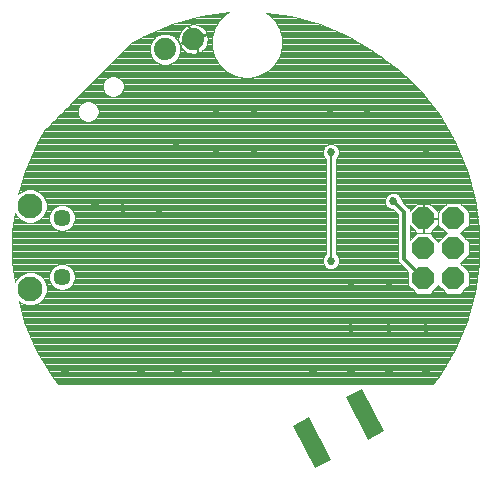
<source format=gbl>
G75*
%MOIN*%
%OFA0B0*%
%FSLAX25Y25*%
%IPPOS*%
%LPD*%
%AMOC8*
5,1,8,0,0,1.08239X$1,22.5*
%
%ADD10C,0.07400*%
%ADD11C,0.05709*%
%ADD12C,0.08268*%
%ADD13OC8,0.07400*%
%ADD14R,0.06000X0.16000*%
%ADD15C,0.00394*%
%ADD16C,0.02700*%
%ADD17C,0.01200*%
%ADD18C,0.00600*%
D10*
X0057559Y0161306D03*
X0066950Y0164742D03*
D11*
X0023194Y0105144D03*
X0023194Y0085459D03*
D12*
X0012605Y0081524D03*
X0012559Y0109096D03*
D13*
X0143725Y0104976D03*
X0153725Y0104976D03*
X0153725Y0094976D03*
X0143725Y0094976D03*
X0143725Y0084976D03*
X0153725Y0084976D03*
D14*
G36*
X0130590Y0033910D02*
X0125288Y0031103D01*
X0117802Y0045242D01*
X0123104Y0048049D01*
X0130590Y0033910D01*
G37*
G36*
X0112915Y0024551D02*
X0107613Y0021744D01*
X0100127Y0035883D01*
X0105429Y0038690D01*
X0112915Y0024551D01*
G37*
D15*
X0021939Y0049720D02*
X0019837Y0052386D01*
X0014658Y0061146D01*
X0010695Y0070519D01*
X0008785Y0077523D01*
X0009472Y0076836D01*
X0011505Y0075994D01*
X0013705Y0075994D01*
X0015738Y0076836D01*
X0017294Y0078391D01*
X0018136Y0080424D01*
X0018136Y0082624D01*
X0017294Y0084657D01*
X0015738Y0086213D01*
X0013705Y0087055D01*
X0011505Y0087055D01*
X0009472Y0086213D01*
X0007916Y0084657D01*
X0007557Y0083790D01*
X0006673Y0090425D01*
X0006687Y0100601D01*
X0007529Y0106788D01*
X0007870Y0105963D01*
X0009426Y0104407D01*
X0011459Y0103565D01*
X0013659Y0103565D01*
X0015692Y0104407D01*
X0017248Y0105963D01*
X0018090Y0107995D01*
X0018090Y0110196D01*
X0017248Y0112228D01*
X0015692Y0113784D01*
X0013659Y0114626D01*
X0011459Y0114626D01*
X0009426Y0113784D01*
X0008718Y0113076D01*
X0010763Y0120496D01*
X0014752Y0129858D01*
X0017106Y0134135D01*
X0046261Y0163290D01*
X0050489Y0165639D01*
X0059746Y0169616D01*
X0069455Y0172309D01*
X0078843Y0173587D01*
X0077702Y0172927D01*
X0075524Y0170750D01*
X0073984Y0168082D01*
X0073187Y0165108D01*
X0073187Y0162028D01*
X0073984Y0159053D01*
X0075524Y0156386D01*
X0077702Y0154208D01*
X0080369Y0152668D01*
X0083344Y0151871D01*
X0086424Y0151871D01*
X0089398Y0152668D01*
X0092066Y0154208D01*
X0094243Y0156386D01*
X0095783Y0159053D01*
X0096580Y0162028D01*
X0096580Y0165108D01*
X0095783Y0168082D01*
X0094243Y0170750D01*
X0092066Y0172927D01*
X0091174Y0173442D01*
X0099499Y0172309D01*
X0109208Y0169616D01*
X0118466Y0165639D01*
X0122242Y0163540D01*
X0122243Y0163538D01*
X0122900Y0163173D01*
X0123544Y0162786D01*
X0123547Y0162787D01*
X0127318Y0160530D01*
X0135523Y0154431D01*
X0142846Y0147297D01*
X0149158Y0139254D01*
X0154347Y0130445D01*
X0158321Y0121025D01*
X0161011Y0111161D01*
X0162367Y0101028D01*
X0162367Y0090804D01*
X0161011Y0080671D01*
X0158321Y0070807D01*
X0154347Y0061387D01*
X0149158Y0052578D01*
X0146957Y0049774D01*
X0021939Y0049720D01*
X0021763Y0049943D02*
X0147090Y0049943D01*
X0147398Y0050335D02*
X0021454Y0050335D01*
X0021145Y0050727D02*
X0147706Y0050727D01*
X0148014Y0051120D02*
X0020835Y0051120D01*
X0020526Y0051512D02*
X0148322Y0051512D01*
X0148629Y0051904D02*
X0020217Y0051904D01*
X0019908Y0052296D02*
X0148937Y0052296D01*
X0149223Y0052689D02*
X0019658Y0052689D01*
X0019426Y0053081D02*
X0149454Y0053081D01*
X0149685Y0053473D02*
X0019194Y0053473D01*
X0018963Y0053865D02*
X0149916Y0053865D01*
X0150148Y0054257D02*
X0018731Y0054257D01*
X0018499Y0054650D02*
X0150379Y0054650D01*
X0150610Y0055042D02*
X0018267Y0055042D01*
X0018035Y0055434D02*
X0150841Y0055434D01*
X0151072Y0055826D02*
X0017803Y0055826D01*
X0017572Y0056218D02*
X0151303Y0056218D01*
X0151534Y0056611D02*
X0017340Y0056611D01*
X0017108Y0057003D02*
X0151765Y0057003D01*
X0151996Y0057395D02*
X0016876Y0057395D01*
X0016644Y0057787D02*
X0152227Y0057787D01*
X0152458Y0058179D02*
X0016412Y0058179D01*
X0016180Y0058572D02*
X0152689Y0058572D01*
X0152920Y0058964D02*
X0015949Y0058964D01*
X0015717Y0059356D02*
X0153151Y0059356D01*
X0153382Y0059748D02*
X0015485Y0059748D01*
X0015253Y0060141D02*
X0153613Y0060141D01*
X0153844Y0060533D02*
X0015021Y0060533D01*
X0014789Y0060925D02*
X0154075Y0060925D01*
X0154306Y0061317D02*
X0014586Y0061317D01*
X0014420Y0061709D02*
X0154483Y0061709D01*
X0154649Y0062102D02*
X0014255Y0062102D01*
X0014089Y0062494D02*
X0154814Y0062494D01*
X0154980Y0062886D02*
X0013923Y0062886D01*
X0013757Y0063278D02*
X0155145Y0063278D01*
X0155311Y0063670D02*
X0013591Y0063670D01*
X0013425Y0064063D02*
X0155476Y0064063D01*
X0155642Y0064455D02*
X0013259Y0064455D01*
X0013094Y0064847D02*
X0155807Y0064847D01*
X0155972Y0065239D02*
X0012928Y0065239D01*
X0012762Y0065632D02*
X0156138Y0065632D01*
X0156303Y0066024D02*
X0012596Y0066024D01*
X0012430Y0066416D02*
X0156469Y0066416D01*
X0156634Y0066808D02*
X0012264Y0066808D01*
X0012098Y0067200D02*
X0156800Y0067200D01*
X0156965Y0067593D02*
X0011933Y0067593D01*
X0011767Y0067985D02*
X0157131Y0067985D01*
X0157296Y0068377D02*
X0011601Y0068377D01*
X0011435Y0068769D02*
X0157462Y0068769D01*
X0157627Y0069161D02*
X0011269Y0069161D01*
X0011103Y0069554D02*
X0157793Y0069554D01*
X0157958Y0069946D02*
X0010937Y0069946D01*
X0010772Y0070338D02*
X0158124Y0070338D01*
X0158289Y0070730D02*
X0010637Y0070730D01*
X0010530Y0071122D02*
X0158408Y0071122D01*
X0158514Y0071515D02*
X0010423Y0071515D01*
X0010317Y0071907D02*
X0158621Y0071907D01*
X0158728Y0072299D02*
X0010210Y0072299D01*
X0010103Y0072691D02*
X0158835Y0072691D01*
X0158942Y0073084D02*
X0009996Y0073084D01*
X0009889Y0073476D02*
X0159049Y0073476D01*
X0159156Y0073868D02*
X0009782Y0073868D01*
X0009675Y0074260D02*
X0159263Y0074260D01*
X0159370Y0074652D02*
X0009568Y0074652D01*
X0009461Y0075045D02*
X0159477Y0075045D01*
X0159584Y0075437D02*
X0009354Y0075437D01*
X0009247Y0075829D02*
X0159691Y0075829D01*
X0159798Y0076221D02*
X0014255Y0076221D01*
X0015202Y0076613D02*
X0159905Y0076613D01*
X0160011Y0077006D02*
X0015908Y0077006D01*
X0016300Y0077398D02*
X0160118Y0077398D01*
X0160225Y0077790D02*
X0016693Y0077790D01*
X0017085Y0078182D02*
X0160332Y0078182D01*
X0160439Y0078575D02*
X0017370Y0078575D01*
X0017532Y0078967D02*
X0160546Y0078967D01*
X0160653Y0079359D02*
X0017695Y0079359D01*
X0017857Y0079751D02*
X0160760Y0079751D01*
X0160867Y0080143D02*
X0156101Y0080143D01*
X0155837Y0079879D02*
X0158822Y0082865D01*
X0158822Y0087087D01*
X0155933Y0089976D01*
X0158822Y0092865D01*
X0158822Y0097087D01*
X0155933Y0099976D01*
X0158822Y0102865D01*
X0158822Y0107087D01*
X0155837Y0110073D01*
X0151614Y0110073D01*
X0148629Y0107087D01*
X0148629Y0102865D01*
X0151517Y0099976D01*
X0148725Y0097184D01*
X0145837Y0100073D01*
X0141614Y0100073D01*
X0139131Y0097590D01*
X0139131Y0102645D01*
X0141697Y0100079D01*
X0143529Y0100079D01*
X0143529Y0104779D01*
X0143922Y0104779D01*
X0143922Y0100079D01*
X0145754Y0100079D01*
X0148622Y0102948D01*
X0148622Y0104779D01*
X0143922Y0104779D01*
X0143922Y0105173D01*
X0143529Y0105173D01*
X0143529Y0109873D01*
X0141697Y0109873D01*
X0139131Y0107308D01*
X0139131Y0108062D01*
X0137962Y0109232D01*
X0136437Y0110757D01*
X0136437Y0111226D01*
X0136018Y0112236D01*
X0135246Y0113008D01*
X0134236Y0113427D01*
X0133143Y0113427D01*
X0132134Y0113008D01*
X0131361Y0112236D01*
X0130943Y0111226D01*
X0130943Y0110133D01*
X0131361Y0109124D01*
X0132134Y0108351D01*
X0133143Y0107933D01*
X0133613Y0107933D01*
X0135138Y0106408D01*
X0135138Y0090660D01*
X0138669Y0087128D01*
X0138629Y0087087D01*
X0138629Y0082865D01*
X0141614Y0079879D01*
X0145837Y0079879D01*
X0148725Y0082768D01*
X0151614Y0079879D01*
X0155837Y0079879D01*
X0156493Y0080536D02*
X0160974Y0080536D01*
X0161045Y0080928D02*
X0156885Y0080928D01*
X0157277Y0081320D02*
X0161098Y0081320D01*
X0161150Y0081712D02*
X0157669Y0081712D01*
X0158062Y0082104D02*
X0161203Y0082104D01*
X0161255Y0082497D02*
X0158454Y0082497D01*
X0158822Y0082889D02*
X0161308Y0082889D01*
X0161360Y0083281D02*
X0158822Y0083281D01*
X0158822Y0083673D02*
X0161413Y0083673D01*
X0161465Y0084065D02*
X0158822Y0084065D01*
X0158822Y0084458D02*
X0161518Y0084458D01*
X0161570Y0084850D02*
X0158822Y0084850D01*
X0158822Y0085242D02*
X0161623Y0085242D01*
X0161675Y0085634D02*
X0158822Y0085634D01*
X0158822Y0086027D02*
X0161728Y0086027D01*
X0161780Y0086419D02*
X0158822Y0086419D01*
X0158822Y0086811D02*
X0161833Y0086811D01*
X0161885Y0087203D02*
X0158707Y0087203D01*
X0158314Y0087595D02*
X0161938Y0087595D01*
X0161990Y0087988D02*
X0157922Y0087988D01*
X0157530Y0088380D02*
X0162043Y0088380D01*
X0162095Y0088772D02*
X0157138Y0088772D01*
X0156746Y0089164D02*
X0162148Y0089164D01*
X0162200Y0089556D02*
X0156353Y0089556D01*
X0155961Y0089949D02*
X0162253Y0089949D01*
X0162305Y0090341D02*
X0156298Y0090341D01*
X0156690Y0090733D02*
X0162358Y0090733D01*
X0162367Y0091125D02*
X0157082Y0091125D01*
X0157475Y0091518D02*
X0162367Y0091518D01*
X0162367Y0091910D02*
X0157867Y0091910D01*
X0158259Y0092302D02*
X0162367Y0092302D01*
X0162367Y0092694D02*
X0158651Y0092694D01*
X0158822Y0093086D02*
X0162367Y0093086D01*
X0162367Y0093479D02*
X0158822Y0093479D01*
X0158822Y0093871D02*
X0162367Y0093871D01*
X0162367Y0094263D02*
X0158822Y0094263D01*
X0158822Y0094655D02*
X0162367Y0094655D01*
X0162367Y0095047D02*
X0158822Y0095047D01*
X0158822Y0095440D02*
X0162367Y0095440D01*
X0162367Y0095832D02*
X0158822Y0095832D01*
X0158822Y0096224D02*
X0162367Y0096224D01*
X0162367Y0096616D02*
X0158822Y0096616D01*
X0158822Y0097008D02*
X0162367Y0097008D01*
X0162367Y0097401D02*
X0158509Y0097401D01*
X0158117Y0097793D02*
X0162367Y0097793D01*
X0162367Y0098185D02*
X0157725Y0098185D01*
X0157332Y0098577D02*
X0162367Y0098577D01*
X0162367Y0098970D02*
X0156940Y0098970D01*
X0156548Y0099362D02*
X0162367Y0099362D01*
X0162367Y0099754D02*
X0156156Y0099754D01*
X0156103Y0100146D02*
X0162367Y0100146D01*
X0162367Y0100538D02*
X0156496Y0100538D01*
X0156888Y0100931D02*
X0162367Y0100931D01*
X0162328Y0101323D02*
X0157280Y0101323D01*
X0157672Y0101715D02*
X0162275Y0101715D01*
X0162223Y0102107D02*
X0158064Y0102107D01*
X0158457Y0102499D02*
X0162170Y0102499D01*
X0162118Y0102892D02*
X0158822Y0102892D01*
X0158822Y0103284D02*
X0162065Y0103284D01*
X0162013Y0103676D02*
X0158822Y0103676D01*
X0158822Y0104068D02*
X0161960Y0104068D01*
X0161908Y0104461D02*
X0158822Y0104461D01*
X0158822Y0104853D02*
X0161855Y0104853D01*
X0161803Y0105245D02*
X0158822Y0105245D01*
X0158822Y0105637D02*
X0161750Y0105637D01*
X0161698Y0106029D02*
X0158822Y0106029D01*
X0158822Y0106422D02*
X0161645Y0106422D01*
X0161593Y0106814D02*
X0158822Y0106814D01*
X0158704Y0107206D02*
X0161540Y0107206D01*
X0161488Y0107598D02*
X0158312Y0107598D01*
X0157919Y0107990D02*
X0161435Y0107990D01*
X0161383Y0108383D02*
X0157527Y0108383D01*
X0157135Y0108775D02*
X0161330Y0108775D01*
X0161278Y0109167D02*
X0156743Y0109167D01*
X0156351Y0109559D02*
X0161225Y0109559D01*
X0161173Y0109951D02*
X0155958Y0109951D01*
X0160485Y0113089D02*
X0135051Y0113089D01*
X0135557Y0112697D02*
X0160592Y0112697D01*
X0160699Y0112305D02*
X0135949Y0112305D01*
X0136152Y0111913D02*
X0160806Y0111913D01*
X0160913Y0111520D02*
X0136315Y0111520D01*
X0136437Y0111128D02*
X0161015Y0111128D01*
X0161068Y0110736D02*
X0136458Y0110736D01*
X0136850Y0110344D02*
X0161120Y0110344D01*
X0160378Y0113481D02*
X0114520Y0113481D01*
X0114520Y0113089D02*
X0132329Y0113089D01*
X0131822Y0112697D02*
X0114520Y0112697D01*
X0114520Y0112305D02*
X0131430Y0112305D01*
X0131227Y0111913D02*
X0114520Y0111913D01*
X0114520Y0111520D02*
X0131065Y0111520D01*
X0130943Y0111128D02*
X0114520Y0111128D01*
X0114520Y0110736D02*
X0130943Y0110736D01*
X0130943Y0110344D02*
X0114520Y0110344D01*
X0114520Y0109951D02*
X0131018Y0109951D01*
X0131181Y0109559D02*
X0114520Y0109559D01*
X0114520Y0109167D02*
X0131343Y0109167D01*
X0131710Y0108775D02*
X0114520Y0108775D01*
X0114520Y0108383D02*
X0132102Y0108383D01*
X0133005Y0107990D02*
X0114520Y0107990D01*
X0114520Y0107598D02*
X0133947Y0107598D01*
X0134340Y0107206D02*
X0114520Y0107206D01*
X0114520Y0106814D02*
X0134732Y0106814D01*
X0135124Y0106422D02*
X0114520Y0106422D01*
X0114520Y0106029D02*
X0135138Y0106029D01*
X0135138Y0105637D02*
X0114520Y0105637D01*
X0114520Y0105245D02*
X0135138Y0105245D01*
X0135138Y0104853D02*
X0114520Y0104853D01*
X0114520Y0104461D02*
X0135138Y0104461D01*
X0135138Y0104068D02*
X0114520Y0104068D01*
X0114520Y0103676D02*
X0135138Y0103676D01*
X0135138Y0103284D02*
X0114520Y0103284D01*
X0114520Y0102892D02*
X0135138Y0102892D01*
X0135138Y0102499D02*
X0114520Y0102499D01*
X0114520Y0102107D02*
X0135138Y0102107D01*
X0135138Y0101715D02*
X0114520Y0101715D01*
X0114520Y0101323D02*
X0135138Y0101323D01*
X0135138Y0100931D02*
X0114520Y0100931D01*
X0114520Y0100538D02*
X0135138Y0100538D01*
X0135138Y0100146D02*
X0114520Y0100146D01*
X0114520Y0099754D02*
X0135138Y0099754D01*
X0135138Y0099362D02*
X0114520Y0099362D01*
X0114520Y0098970D02*
X0135138Y0098970D01*
X0135138Y0098577D02*
X0114520Y0098577D01*
X0114520Y0098185D02*
X0135138Y0098185D01*
X0135138Y0097793D02*
X0114520Y0097793D01*
X0114520Y0097401D02*
X0135138Y0097401D01*
X0135138Y0097008D02*
X0114520Y0097008D01*
X0114520Y0096616D02*
X0135138Y0096616D01*
X0135138Y0096224D02*
X0114520Y0096224D01*
X0114520Y0095832D02*
X0135138Y0095832D01*
X0135138Y0095440D02*
X0114520Y0095440D01*
X0114520Y0095047D02*
X0135138Y0095047D01*
X0135138Y0094655D02*
X0114520Y0094655D01*
X0114520Y0094263D02*
X0135138Y0094263D01*
X0135138Y0093871D02*
X0114520Y0093871D01*
X0114520Y0093479D02*
X0135138Y0093479D01*
X0135138Y0093086D02*
X0114520Y0093086D01*
X0114520Y0092986D02*
X0114520Y0124831D01*
X0115152Y0125462D01*
X0115570Y0126472D01*
X0115570Y0127565D01*
X0115152Y0128574D01*
X0114380Y0129347D01*
X0113370Y0129765D01*
X0112277Y0129765D01*
X0111268Y0129347D01*
X0110495Y0128574D01*
X0110077Y0127565D01*
X0110077Y0126472D01*
X0110495Y0125462D01*
X0111127Y0124831D01*
X0111127Y0092986D01*
X0110495Y0092354D01*
X0110077Y0091344D01*
X0110077Y0090252D01*
X0110495Y0089242D01*
X0111268Y0088469D01*
X0112277Y0088051D01*
X0113370Y0088051D01*
X0114380Y0088469D01*
X0115152Y0089242D01*
X0115570Y0090252D01*
X0115570Y0091344D01*
X0115152Y0092354D01*
X0114520Y0092986D01*
X0114812Y0092694D02*
X0135138Y0092694D01*
X0135138Y0092302D02*
X0115174Y0092302D01*
X0115336Y0091910D02*
X0135138Y0091910D01*
X0135138Y0091518D02*
X0115499Y0091518D01*
X0115570Y0091125D02*
X0135138Y0091125D01*
X0135138Y0090733D02*
X0115570Y0090733D01*
X0115570Y0090341D02*
X0135457Y0090341D01*
X0135849Y0089949D02*
X0115445Y0089949D01*
X0115283Y0089556D02*
X0136241Y0089556D01*
X0136633Y0089164D02*
X0115075Y0089164D01*
X0114682Y0088772D02*
X0137026Y0088772D01*
X0137418Y0088380D02*
X0114164Y0088380D01*
X0111484Y0088380D02*
X0026285Y0088380D01*
X0025893Y0088772D02*
X0110965Y0088772D01*
X0110573Y0089164D02*
X0025357Y0089164D01*
X0025602Y0089063D02*
X0024040Y0089710D01*
X0022349Y0089710D01*
X0020786Y0089063D01*
X0019590Y0087867D01*
X0018943Y0086304D01*
X0018943Y0084613D01*
X0019590Y0083050D01*
X0020786Y0081855D01*
X0022349Y0081207D01*
X0024040Y0081207D01*
X0025602Y0081855D01*
X0026798Y0083050D01*
X0027445Y0084613D01*
X0027445Y0086304D01*
X0026798Y0087867D01*
X0025602Y0089063D01*
X0024410Y0089556D02*
X0110365Y0089556D01*
X0110202Y0089949D02*
X0006737Y0089949D01*
X0006685Y0090341D02*
X0110077Y0090341D01*
X0110077Y0090733D02*
X0006674Y0090733D01*
X0006674Y0091125D02*
X0110077Y0091125D01*
X0110149Y0091518D02*
X0006675Y0091518D01*
X0006675Y0091910D02*
X0110311Y0091910D01*
X0110473Y0092302D02*
X0006676Y0092302D01*
X0006676Y0092694D02*
X0110835Y0092694D01*
X0111127Y0093086D02*
X0006677Y0093086D01*
X0006678Y0093479D02*
X0111127Y0093479D01*
X0111127Y0093871D02*
X0006678Y0093871D01*
X0006679Y0094263D02*
X0111127Y0094263D01*
X0111127Y0094655D02*
X0006679Y0094655D01*
X0006680Y0095047D02*
X0111127Y0095047D01*
X0111127Y0095440D02*
X0006680Y0095440D01*
X0006681Y0095832D02*
X0111127Y0095832D01*
X0111127Y0096224D02*
X0006681Y0096224D01*
X0006682Y0096616D02*
X0111127Y0096616D01*
X0111127Y0097008D02*
X0006682Y0097008D01*
X0006683Y0097401D02*
X0111127Y0097401D01*
X0111127Y0097793D02*
X0006683Y0097793D01*
X0006684Y0098185D02*
X0111127Y0098185D01*
X0111127Y0098577D02*
X0006685Y0098577D01*
X0006685Y0098970D02*
X0111127Y0098970D01*
X0111127Y0099362D02*
X0006686Y0099362D01*
X0006686Y0099754D02*
X0111127Y0099754D01*
X0111127Y0100146D02*
X0006687Y0100146D01*
X0006687Y0100538D02*
X0111127Y0100538D01*
X0111127Y0100931D02*
X0024132Y0100931D01*
X0024040Y0100892D02*
X0025602Y0101540D01*
X0026798Y0102736D01*
X0027445Y0104298D01*
X0027445Y0105989D01*
X0026798Y0107552D01*
X0025602Y0108748D01*
X0024040Y0109395D01*
X0022349Y0109395D01*
X0020786Y0108748D01*
X0019590Y0107552D01*
X0018943Y0105989D01*
X0018943Y0104298D01*
X0019590Y0102736D01*
X0020786Y0101540D01*
X0022349Y0100892D01*
X0024040Y0100892D01*
X0025079Y0101323D02*
X0111127Y0101323D01*
X0111127Y0101715D02*
X0025778Y0101715D01*
X0026170Y0102107D02*
X0111127Y0102107D01*
X0111127Y0102499D02*
X0026562Y0102499D01*
X0026863Y0102892D02*
X0111127Y0102892D01*
X0111127Y0103284D02*
X0027025Y0103284D01*
X0027188Y0103676D02*
X0111127Y0103676D01*
X0111127Y0104068D02*
X0027350Y0104068D01*
X0027445Y0104461D02*
X0111127Y0104461D01*
X0111127Y0104853D02*
X0027445Y0104853D01*
X0027445Y0105245D02*
X0111127Y0105245D01*
X0111127Y0105637D02*
X0027445Y0105637D01*
X0027429Y0106029D02*
X0111127Y0106029D01*
X0111127Y0106422D02*
X0027266Y0106422D01*
X0027104Y0106814D02*
X0111127Y0106814D01*
X0111127Y0107206D02*
X0026941Y0107206D01*
X0026752Y0107598D02*
X0111127Y0107598D01*
X0111127Y0107990D02*
X0026359Y0107990D01*
X0025967Y0108383D02*
X0111127Y0108383D01*
X0111127Y0108775D02*
X0025536Y0108775D01*
X0024590Y0109167D02*
X0111127Y0109167D01*
X0111127Y0109559D02*
X0018090Y0109559D01*
X0018090Y0109167D02*
X0021799Y0109167D01*
X0020852Y0108775D02*
X0018090Y0108775D01*
X0018090Y0108383D02*
X0020421Y0108383D01*
X0020029Y0107990D02*
X0018088Y0107990D01*
X0017925Y0107598D02*
X0019637Y0107598D01*
X0019447Y0107206D02*
X0017763Y0107206D01*
X0017600Y0106814D02*
X0019285Y0106814D01*
X0019122Y0106422D02*
X0017438Y0106422D01*
X0017275Y0106029D02*
X0018960Y0106029D01*
X0018943Y0105637D02*
X0016922Y0105637D01*
X0016530Y0105245D02*
X0018943Y0105245D01*
X0018943Y0104853D02*
X0016138Y0104853D01*
X0015746Y0104461D02*
X0018943Y0104461D01*
X0019038Y0104068D02*
X0014875Y0104068D01*
X0013928Y0103676D02*
X0019201Y0103676D01*
X0019363Y0103284D02*
X0007052Y0103284D01*
X0007105Y0103676D02*
X0011190Y0103676D01*
X0010243Y0104068D02*
X0007159Y0104068D01*
X0007212Y0104461D02*
X0009373Y0104461D01*
X0008980Y0104853D02*
X0007265Y0104853D01*
X0007319Y0105245D02*
X0008588Y0105245D01*
X0008196Y0105637D02*
X0007372Y0105637D01*
X0007425Y0106029D02*
X0007843Y0106029D01*
X0007680Y0106422D02*
X0007479Y0106422D01*
X0006999Y0102892D02*
X0019526Y0102892D01*
X0019826Y0102499D02*
X0006945Y0102499D01*
X0006892Y0102107D02*
X0020218Y0102107D01*
X0020611Y0101715D02*
X0006839Y0101715D01*
X0006785Y0101323D02*
X0021310Y0101323D01*
X0022256Y0100931D02*
X0006732Y0100931D01*
X0008721Y0113089D02*
X0008731Y0113089D01*
X0008830Y0113481D02*
X0009123Y0113481D01*
X0008938Y0113874D02*
X0009642Y0113874D01*
X0009046Y0114266D02*
X0010589Y0114266D01*
X0009154Y0114658D02*
X0111127Y0114658D01*
X0111127Y0114266D02*
X0014529Y0114266D01*
X0015476Y0113874D02*
X0111127Y0113874D01*
X0111127Y0113481D02*
X0015995Y0113481D01*
X0016387Y0113089D02*
X0111127Y0113089D01*
X0111127Y0112697D02*
X0016779Y0112697D01*
X0017171Y0112305D02*
X0111127Y0112305D01*
X0111127Y0111913D02*
X0017379Y0111913D01*
X0017541Y0111520D02*
X0111127Y0111520D01*
X0111127Y0111128D02*
X0017704Y0111128D01*
X0017866Y0110736D02*
X0111127Y0110736D01*
X0111127Y0110344D02*
X0018029Y0110344D01*
X0018090Y0109951D02*
X0111127Y0109951D01*
X0111127Y0115050D02*
X0009262Y0115050D01*
X0009370Y0115442D02*
X0111127Y0115442D01*
X0111127Y0115835D02*
X0009478Y0115835D01*
X0009586Y0116227D02*
X0111127Y0116227D01*
X0111127Y0116619D02*
X0009694Y0116619D01*
X0009803Y0117011D02*
X0111127Y0117011D01*
X0111127Y0117404D02*
X0009911Y0117404D01*
X0010019Y0117796D02*
X0111127Y0117796D01*
X0111127Y0118188D02*
X0010127Y0118188D01*
X0010235Y0118580D02*
X0111127Y0118580D01*
X0111127Y0118972D02*
X0010343Y0118972D01*
X0010451Y0119365D02*
X0111127Y0119365D01*
X0111127Y0119757D02*
X0010559Y0119757D01*
X0010668Y0120149D02*
X0111127Y0120149D01*
X0111127Y0120541D02*
X0010783Y0120541D01*
X0010950Y0120933D02*
X0111127Y0120933D01*
X0111127Y0121326D02*
X0011117Y0121326D01*
X0011284Y0121718D02*
X0111127Y0121718D01*
X0111127Y0122110D02*
X0011451Y0122110D01*
X0011618Y0122502D02*
X0111127Y0122502D01*
X0111127Y0122894D02*
X0011785Y0122894D01*
X0011952Y0123287D02*
X0111127Y0123287D01*
X0111127Y0123679D02*
X0012119Y0123679D01*
X0012287Y0124071D02*
X0111127Y0124071D01*
X0111127Y0124463D02*
X0012454Y0124463D01*
X0012621Y0124856D02*
X0111102Y0124856D01*
X0110710Y0125248D02*
X0012788Y0125248D01*
X0012955Y0125640D02*
X0110421Y0125640D01*
X0110259Y0126032D02*
X0013122Y0126032D01*
X0013289Y0126424D02*
X0110096Y0126424D01*
X0110077Y0126817D02*
X0013456Y0126817D01*
X0013623Y0127209D02*
X0110077Y0127209D01*
X0110092Y0127601D02*
X0013791Y0127601D01*
X0013958Y0127993D02*
X0110254Y0127993D01*
X0110417Y0128385D02*
X0014125Y0128385D01*
X0014292Y0128778D02*
X0110698Y0128778D01*
X0111091Y0129170D02*
X0014459Y0129170D01*
X0014626Y0129562D02*
X0111787Y0129562D01*
X0113860Y0129562D02*
X0154720Y0129562D01*
X0154885Y0129170D02*
X0114557Y0129170D01*
X0114949Y0128778D02*
X0155051Y0128778D01*
X0155216Y0128385D02*
X0115231Y0128385D01*
X0115393Y0127993D02*
X0155382Y0127993D01*
X0155547Y0127601D02*
X0115555Y0127601D01*
X0115570Y0127209D02*
X0155713Y0127209D01*
X0155878Y0126817D02*
X0115570Y0126817D01*
X0115551Y0126424D02*
X0156043Y0126424D01*
X0156209Y0126032D02*
X0115388Y0126032D01*
X0115226Y0125640D02*
X0156374Y0125640D01*
X0156540Y0125248D02*
X0114938Y0125248D01*
X0114545Y0124856D02*
X0156705Y0124856D01*
X0156871Y0124463D02*
X0114520Y0124463D01*
X0114520Y0124071D02*
X0157036Y0124071D01*
X0157202Y0123679D02*
X0114520Y0123679D01*
X0114520Y0123287D02*
X0157367Y0123287D01*
X0157533Y0122894D02*
X0114520Y0122894D01*
X0114520Y0122502D02*
X0157698Y0122502D01*
X0157864Y0122110D02*
X0114520Y0122110D01*
X0114520Y0121718D02*
X0158029Y0121718D01*
X0158195Y0121326D02*
X0114520Y0121326D01*
X0114520Y0120933D02*
X0158346Y0120933D01*
X0158453Y0120541D02*
X0114520Y0120541D01*
X0114520Y0120149D02*
X0158560Y0120149D01*
X0158667Y0119757D02*
X0114520Y0119757D01*
X0114520Y0119365D02*
X0158774Y0119365D01*
X0158881Y0118972D02*
X0114520Y0118972D01*
X0114520Y0118580D02*
X0158988Y0118580D01*
X0159095Y0118188D02*
X0114520Y0118188D01*
X0114520Y0117796D02*
X0159202Y0117796D01*
X0159309Y0117404D02*
X0114520Y0117404D01*
X0114520Y0117011D02*
X0159416Y0117011D01*
X0159523Y0116619D02*
X0114520Y0116619D01*
X0114520Y0116227D02*
X0159630Y0116227D01*
X0159737Y0115835D02*
X0114520Y0115835D01*
X0114520Y0115442D02*
X0159843Y0115442D01*
X0159950Y0115050D02*
X0114520Y0115050D01*
X0114520Y0114658D02*
X0160057Y0114658D01*
X0160164Y0114266D02*
X0114520Y0114266D01*
X0114520Y0113874D02*
X0160271Y0113874D01*
X0151493Y0109951D02*
X0137242Y0109951D01*
X0137634Y0109559D02*
X0141383Y0109559D01*
X0140991Y0109167D02*
X0138026Y0109167D01*
X0138419Y0108775D02*
X0140599Y0108775D01*
X0140207Y0108383D02*
X0138811Y0108383D01*
X0139131Y0107990D02*
X0139814Y0107990D01*
X0139422Y0107598D02*
X0139131Y0107598D01*
X0143529Y0107598D02*
X0143922Y0107598D01*
X0143922Y0107206D02*
X0143529Y0107206D01*
X0143529Y0106814D02*
X0143922Y0106814D01*
X0143922Y0106422D02*
X0143529Y0106422D01*
X0143529Y0106029D02*
X0143922Y0106029D01*
X0143922Y0105637D02*
X0143529Y0105637D01*
X0143529Y0105245D02*
X0143922Y0105245D01*
X0143922Y0105173D02*
X0143922Y0109873D01*
X0145754Y0109873D01*
X0148622Y0107005D01*
X0148622Y0105173D01*
X0143922Y0105173D01*
X0143922Y0104853D02*
X0148629Y0104853D01*
X0148622Y0105245D02*
X0148629Y0105245D01*
X0148622Y0105637D02*
X0148629Y0105637D01*
X0148622Y0106029D02*
X0148629Y0106029D01*
X0148622Y0106422D02*
X0148629Y0106422D01*
X0148622Y0106814D02*
X0148629Y0106814D01*
X0148747Y0107206D02*
X0148421Y0107206D01*
X0148029Y0107598D02*
X0149139Y0107598D01*
X0149532Y0107990D02*
X0147637Y0107990D01*
X0147244Y0108383D02*
X0149924Y0108383D01*
X0150316Y0108775D02*
X0146852Y0108775D01*
X0146460Y0109167D02*
X0150708Y0109167D01*
X0151100Y0109559D02*
X0146068Y0109559D01*
X0143922Y0109559D02*
X0143529Y0109559D01*
X0143529Y0109167D02*
X0143922Y0109167D01*
X0143922Y0108775D02*
X0143529Y0108775D01*
X0143529Y0108383D02*
X0143922Y0108383D01*
X0143922Y0107990D02*
X0143529Y0107990D01*
X0143529Y0104461D02*
X0143922Y0104461D01*
X0143922Y0104068D02*
X0143529Y0104068D01*
X0143529Y0103676D02*
X0143922Y0103676D01*
X0143922Y0103284D02*
X0143529Y0103284D01*
X0143529Y0102892D02*
X0143922Y0102892D01*
X0143922Y0102499D02*
X0143529Y0102499D01*
X0143529Y0102107D02*
X0143922Y0102107D01*
X0143922Y0101715D02*
X0143529Y0101715D01*
X0143529Y0101323D02*
X0143922Y0101323D01*
X0143922Y0100931D02*
X0143529Y0100931D01*
X0143529Y0100538D02*
X0143922Y0100538D01*
X0143922Y0100146D02*
X0143529Y0100146D01*
X0141630Y0100146D02*
X0139131Y0100146D01*
X0139131Y0099754D02*
X0141295Y0099754D01*
X0140903Y0099362D02*
X0139131Y0099362D01*
X0139131Y0098970D02*
X0140511Y0098970D01*
X0140118Y0098577D02*
X0139131Y0098577D01*
X0139131Y0098185D02*
X0139726Y0098185D01*
X0139334Y0097793D02*
X0139131Y0097793D01*
X0139131Y0100538D02*
X0141238Y0100538D01*
X0140846Y0100931D02*
X0139131Y0100931D01*
X0139131Y0101323D02*
X0140454Y0101323D01*
X0140062Y0101715D02*
X0139131Y0101715D01*
X0139131Y0102107D02*
X0139669Y0102107D01*
X0139277Y0102499D02*
X0139131Y0102499D01*
X0145821Y0100146D02*
X0151348Y0100146D01*
X0151295Y0099754D02*
X0146156Y0099754D01*
X0146548Y0099362D02*
X0150903Y0099362D01*
X0150511Y0098970D02*
X0146940Y0098970D01*
X0147332Y0098577D02*
X0150118Y0098577D01*
X0149726Y0098185D02*
X0147725Y0098185D01*
X0148117Y0097793D02*
X0149334Y0097793D01*
X0148942Y0097401D02*
X0148509Y0097401D01*
X0146213Y0100538D02*
X0150955Y0100538D01*
X0150563Y0100931D02*
X0146605Y0100931D01*
X0146997Y0101323D02*
X0150171Y0101323D01*
X0149779Y0101715D02*
X0147389Y0101715D01*
X0147782Y0102107D02*
X0149386Y0102107D01*
X0148994Y0102499D02*
X0148174Y0102499D01*
X0148566Y0102892D02*
X0148629Y0102892D01*
X0148622Y0103284D02*
X0148629Y0103284D01*
X0148622Y0103676D02*
X0148629Y0103676D01*
X0148622Y0104068D02*
X0148629Y0104068D01*
X0148622Y0104461D02*
X0148629Y0104461D01*
X0137810Y0087988D02*
X0026677Y0087988D01*
X0026911Y0087595D02*
X0138202Y0087595D01*
X0138594Y0087203D02*
X0027073Y0087203D01*
X0027235Y0086811D02*
X0138629Y0086811D01*
X0138629Y0086419D02*
X0027398Y0086419D01*
X0027445Y0086027D02*
X0138629Y0086027D01*
X0138629Y0085634D02*
X0027445Y0085634D01*
X0027445Y0085242D02*
X0138629Y0085242D01*
X0138629Y0084850D02*
X0027445Y0084850D01*
X0027381Y0084458D02*
X0138629Y0084458D01*
X0138629Y0084065D02*
X0027219Y0084065D01*
X0027056Y0083673D02*
X0138629Y0083673D01*
X0138629Y0083281D02*
X0026894Y0083281D01*
X0026637Y0082889D02*
X0138629Y0082889D01*
X0138997Y0082497D02*
X0026244Y0082497D01*
X0025852Y0082104D02*
X0139389Y0082104D01*
X0139782Y0081712D02*
X0025258Y0081712D01*
X0024312Y0081320D02*
X0140174Y0081320D01*
X0140566Y0080928D02*
X0018136Y0080928D01*
X0018136Y0081320D02*
X0022077Y0081320D01*
X0021130Y0081712D02*
X0018136Y0081712D01*
X0018136Y0082104D02*
X0020536Y0082104D01*
X0020144Y0082497D02*
X0018136Y0082497D01*
X0018026Y0082889D02*
X0019752Y0082889D01*
X0019495Y0083281D02*
X0017864Y0083281D01*
X0017701Y0083673D02*
X0019332Y0083673D01*
X0019170Y0084065D02*
X0017539Y0084065D01*
X0017376Y0084458D02*
X0019007Y0084458D01*
X0018943Y0084850D02*
X0017101Y0084850D01*
X0016709Y0085242D02*
X0018943Y0085242D01*
X0018943Y0085634D02*
X0016317Y0085634D01*
X0015924Y0086027D02*
X0018943Y0086027D01*
X0018990Y0086419D02*
X0015241Y0086419D01*
X0014294Y0086811D02*
X0019153Y0086811D01*
X0019315Y0087203D02*
X0007103Y0087203D01*
X0007155Y0086811D02*
X0010916Y0086811D01*
X0009969Y0086419D02*
X0007207Y0086419D01*
X0007259Y0086027D02*
X0009286Y0086027D01*
X0008894Y0085634D02*
X0007312Y0085634D01*
X0007364Y0085242D02*
X0008501Y0085242D01*
X0008109Y0084850D02*
X0007416Y0084850D01*
X0007468Y0084458D02*
X0007834Y0084458D01*
X0007671Y0084065D02*
X0007521Y0084065D01*
X0007050Y0087595D02*
X0019478Y0087595D01*
X0019711Y0087988D02*
X0006998Y0087988D01*
X0006946Y0088380D02*
X0020103Y0088380D01*
X0020496Y0088772D02*
X0006894Y0088772D01*
X0006841Y0089164D02*
X0021032Y0089164D01*
X0021978Y0089556D02*
X0006789Y0089556D01*
X0008819Y0077398D02*
X0008910Y0077398D01*
X0008926Y0077006D02*
X0009302Y0077006D01*
X0009033Y0076613D02*
X0010008Y0076613D01*
X0009140Y0076221D02*
X0010955Y0076221D01*
X0018020Y0080143D02*
X0141350Y0080143D01*
X0140958Y0080536D02*
X0018136Y0080536D01*
X0014805Y0129954D02*
X0154554Y0129954D01*
X0154389Y0130347D02*
X0015021Y0130347D01*
X0015237Y0130739D02*
X0154174Y0130739D01*
X0153943Y0131131D02*
X0015453Y0131131D01*
X0015669Y0131523D02*
X0153712Y0131523D01*
X0153481Y0131915D02*
X0015885Y0131915D01*
X0016101Y0132308D02*
X0153250Y0132308D01*
X0153019Y0132700D02*
X0016316Y0132700D01*
X0016532Y0133092D02*
X0152788Y0133092D01*
X0152557Y0133484D02*
X0016748Y0133484D01*
X0016964Y0133876D02*
X0152326Y0133876D01*
X0152095Y0134269D02*
X0017240Y0134269D01*
X0017632Y0134661D02*
X0151864Y0134661D01*
X0151633Y0135053D02*
X0018025Y0135053D01*
X0018417Y0135445D02*
X0151402Y0135445D01*
X0151171Y0135837D02*
X0018809Y0135837D01*
X0019201Y0136230D02*
X0150940Y0136230D01*
X0150709Y0136622D02*
X0019593Y0136622D01*
X0019986Y0137014D02*
X0150478Y0137014D01*
X0150247Y0137406D02*
X0033327Y0137406D01*
X0033905Y0137646D02*
X0032630Y0137117D01*
X0031250Y0137117D01*
X0029975Y0137646D01*
X0029000Y0138621D01*
X0028472Y0139896D01*
X0028472Y0141276D01*
X0029000Y0142551D01*
X0029975Y0143526D01*
X0031250Y0144054D01*
X0032630Y0144054D01*
X0033905Y0143526D01*
X0034881Y0142551D01*
X0035409Y0141276D01*
X0035409Y0139896D01*
X0034881Y0138621D01*
X0033905Y0137646D01*
X0034058Y0137799D02*
X0150016Y0137799D01*
X0149785Y0138191D02*
X0034450Y0138191D01*
X0034842Y0138583D02*
X0149554Y0138583D01*
X0149323Y0138975D02*
X0035027Y0138975D01*
X0035190Y0139367D02*
X0149069Y0139367D01*
X0148762Y0139760D02*
X0035352Y0139760D01*
X0035409Y0140152D02*
X0148454Y0140152D01*
X0148146Y0140544D02*
X0035409Y0140544D01*
X0035409Y0140936D02*
X0147838Y0140936D01*
X0147530Y0141328D02*
X0035387Y0141328D01*
X0035224Y0141721D02*
X0147222Y0141721D01*
X0146915Y0142113D02*
X0035062Y0142113D01*
X0034900Y0142505D02*
X0146607Y0142505D01*
X0146299Y0142897D02*
X0034534Y0142897D01*
X0034142Y0143290D02*
X0145991Y0143290D01*
X0145683Y0143682D02*
X0033530Y0143682D01*
X0030350Y0143682D02*
X0026653Y0143682D01*
X0027045Y0144074D02*
X0145376Y0144074D01*
X0145068Y0144466D02*
X0027438Y0144466D01*
X0027830Y0144858D02*
X0144760Y0144858D01*
X0144452Y0145251D02*
X0028222Y0145251D01*
X0028614Y0145643D02*
X0039183Y0145643D01*
X0039602Y0145469D02*
X0040982Y0145469D01*
X0042257Y0145997D01*
X0043232Y0146973D01*
X0043760Y0148248D01*
X0043760Y0149628D01*
X0043232Y0150902D01*
X0042257Y0151878D01*
X0040982Y0152406D01*
X0039602Y0152406D01*
X0038327Y0151878D01*
X0037351Y0150902D01*
X0036823Y0149628D01*
X0036823Y0148248D01*
X0037351Y0146973D01*
X0038327Y0145997D01*
X0039602Y0145469D01*
X0038289Y0146035D02*
X0029007Y0146035D01*
X0029399Y0146427D02*
X0037897Y0146427D01*
X0037505Y0146819D02*
X0029791Y0146819D01*
X0030183Y0147212D02*
X0037252Y0147212D01*
X0037090Y0147604D02*
X0030575Y0147604D01*
X0030968Y0147996D02*
X0036928Y0147996D01*
X0036823Y0148388D02*
X0031360Y0148388D01*
X0031752Y0148780D02*
X0036823Y0148780D01*
X0036823Y0149173D02*
X0032144Y0149173D01*
X0032536Y0149565D02*
X0036823Y0149565D01*
X0036960Y0149957D02*
X0032929Y0149957D01*
X0033321Y0150349D02*
X0037122Y0150349D01*
X0037285Y0150742D02*
X0033713Y0150742D01*
X0034105Y0151134D02*
X0037583Y0151134D01*
X0037975Y0151526D02*
X0034497Y0151526D01*
X0034890Y0151918D02*
X0038424Y0151918D01*
X0039371Y0152310D02*
X0035282Y0152310D01*
X0035674Y0152703D02*
X0080309Y0152703D01*
X0079629Y0153095D02*
X0036066Y0153095D01*
X0036459Y0153487D02*
X0078950Y0153487D01*
X0078271Y0153879D02*
X0036851Y0153879D01*
X0037243Y0154271D02*
X0077638Y0154271D01*
X0077246Y0154664D02*
X0037635Y0154664D01*
X0038027Y0155056D02*
X0076854Y0155056D01*
X0076461Y0155448D02*
X0038420Y0155448D01*
X0038812Y0155840D02*
X0076069Y0155840D01*
X0075677Y0156233D02*
X0058630Y0156233D01*
X0058573Y0156209D02*
X0060446Y0156985D01*
X0061880Y0158419D01*
X0062656Y0160292D01*
X0062656Y0162320D01*
X0062513Y0162663D01*
X0062761Y0162176D01*
X0063215Y0161552D01*
X0063760Y0161007D01*
X0064383Y0160554D01*
X0065070Y0160204D01*
X0065803Y0159966D01*
X0066564Y0159845D01*
X0067335Y0159845D01*
X0068096Y0159966D01*
X0068446Y0160080D01*
X0066832Y0164490D01*
X0062425Y0162877D01*
X0061880Y0164193D01*
X0060446Y0165627D01*
X0058573Y0166403D01*
X0056545Y0166403D01*
X0054672Y0165627D01*
X0053238Y0164193D01*
X0052462Y0162320D01*
X0052462Y0160292D01*
X0053238Y0158419D01*
X0054672Y0156985D01*
X0056545Y0156209D01*
X0058573Y0156209D01*
X0059577Y0156625D02*
X0075386Y0156625D01*
X0075159Y0157017D02*
X0060478Y0157017D01*
X0060870Y0157409D02*
X0074933Y0157409D01*
X0074706Y0157801D02*
X0061262Y0157801D01*
X0061655Y0158194D02*
X0074480Y0158194D01*
X0074254Y0158586D02*
X0061949Y0158586D01*
X0062111Y0158978D02*
X0074027Y0158978D01*
X0073899Y0159370D02*
X0062274Y0159370D01*
X0062436Y0159762D02*
X0073794Y0159762D01*
X0073689Y0160155D02*
X0068419Y0160155D01*
X0068821Y0160201D02*
X0068829Y0160204D01*
X0069516Y0160554D01*
X0070140Y0161007D01*
X0070685Y0161552D01*
X0071138Y0162176D01*
X0071488Y0162863D01*
X0071726Y0163596D01*
X0071846Y0164357D01*
X0071846Y0165128D01*
X0071726Y0165889D01*
X0071612Y0166239D01*
X0067202Y0164625D01*
X0068821Y0160201D01*
X0068695Y0160547D02*
X0068275Y0160547D01*
X0068132Y0160939D02*
X0068551Y0160939D01*
X0068407Y0161331D02*
X0067988Y0161331D01*
X0067845Y0161723D02*
X0068264Y0161723D01*
X0068120Y0162116D02*
X0067701Y0162116D01*
X0067558Y0162508D02*
X0067977Y0162508D01*
X0067833Y0162900D02*
X0067414Y0162900D01*
X0067271Y0163292D02*
X0067690Y0163292D01*
X0067546Y0163685D02*
X0067127Y0163685D01*
X0066984Y0164077D02*
X0067403Y0164077D01*
X0067259Y0164469D02*
X0066840Y0164469D01*
X0066832Y0164490D02*
X0067202Y0164625D01*
X0067067Y0164995D01*
X0071490Y0166614D01*
X0071488Y0166622D01*
X0071138Y0167309D01*
X0070685Y0167932D01*
X0070140Y0168477D01*
X0069516Y0168930D01*
X0068829Y0169280D01*
X0068096Y0169519D01*
X0067335Y0169639D01*
X0066564Y0169639D01*
X0065803Y0169519D01*
X0065453Y0169405D01*
X0067067Y0164995D01*
X0066697Y0164860D01*
X0065078Y0169283D01*
X0065070Y0169280D01*
X0064383Y0168930D01*
X0063760Y0168477D01*
X0063215Y0167932D01*
X0062761Y0167309D01*
X0062412Y0166622D01*
X0062173Y0165889D01*
X0062053Y0165128D01*
X0062053Y0164357D01*
X0062173Y0163596D01*
X0062287Y0163246D01*
X0066697Y0164859D01*
X0066832Y0164490D01*
X0066776Y0164469D02*
X0065630Y0164469D01*
X0065704Y0164077D02*
X0064558Y0164077D01*
X0064632Y0163685D02*
X0063486Y0163685D01*
X0063560Y0163292D02*
X0062415Y0163292D01*
X0062272Y0163292D02*
X0062253Y0163292D01*
X0062159Y0163685D02*
X0062090Y0163685D01*
X0062097Y0164077D02*
X0061928Y0164077D01*
X0062053Y0164469D02*
X0061603Y0164469D01*
X0061211Y0164861D02*
X0062053Y0164861D01*
X0062073Y0165253D02*
X0060819Y0165253D01*
X0060400Y0165646D02*
X0062135Y0165646D01*
X0062222Y0166038D02*
X0059453Y0166038D01*
X0062349Y0166430D02*
X0052330Y0166430D01*
X0053242Y0166822D02*
X0062514Y0166822D01*
X0062713Y0167214D02*
X0054155Y0167214D01*
X0055068Y0167607D02*
X0062978Y0167607D01*
X0063281Y0167999D02*
X0055981Y0167999D01*
X0056894Y0168391D02*
X0063673Y0168391D01*
X0064181Y0168783D02*
X0057807Y0168783D01*
X0058720Y0169176D02*
X0064864Y0169176D01*
X0065118Y0169176D02*
X0065537Y0169176D01*
X0065680Y0168783D02*
X0065261Y0168783D01*
X0065405Y0168391D02*
X0065824Y0168391D01*
X0065967Y0167999D02*
X0065548Y0167999D01*
X0065692Y0167607D02*
X0066111Y0167607D01*
X0066255Y0167214D02*
X0065835Y0167214D01*
X0065979Y0166822D02*
X0066398Y0166822D01*
X0066542Y0166430D02*
X0066122Y0166430D01*
X0066266Y0166038D02*
X0066685Y0166038D01*
X0066829Y0165646D02*
X0066409Y0165646D01*
X0066553Y0165253D02*
X0066972Y0165253D01*
X0067116Y0164861D02*
X0067847Y0164861D01*
X0067774Y0165253D02*
X0068919Y0165253D01*
X0068845Y0165646D02*
X0069991Y0165646D01*
X0069917Y0166038D02*
X0071063Y0166038D01*
X0070989Y0166430D02*
X0073541Y0166430D01*
X0073436Y0166038D02*
X0071678Y0166038D01*
X0071764Y0165646D02*
X0073331Y0165646D01*
X0073226Y0165253D02*
X0071827Y0165253D01*
X0071846Y0164861D02*
X0073187Y0164861D01*
X0073187Y0164469D02*
X0071846Y0164469D01*
X0071802Y0164077D02*
X0073187Y0164077D01*
X0073187Y0163685D02*
X0071740Y0163685D01*
X0071627Y0163292D02*
X0073187Y0163292D01*
X0073187Y0162900D02*
X0071500Y0162900D01*
X0071307Y0162508D02*
X0073187Y0162508D01*
X0073187Y0162116D02*
X0071094Y0162116D01*
X0070809Y0161723D02*
X0073268Y0161723D01*
X0073373Y0161331D02*
X0070464Y0161331D01*
X0070046Y0160939D02*
X0073478Y0160939D01*
X0073584Y0160547D02*
X0069502Y0160547D01*
X0066702Y0164861D02*
X0066697Y0164861D01*
X0062592Y0162508D02*
X0062577Y0162508D01*
X0062656Y0162116D02*
X0062805Y0162116D01*
X0062656Y0161723D02*
X0063090Y0161723D01*
X0063435Y0161331D02*
X0062656Y0161331D01*
X0062656Y0160939D02*
X0063853Y0160939D01*
X0064397Y0160547D02*
X0062656Y0160547D01*
X0062599Y0160155D02*
X0065222Y0160155D01*
X0062488Y0162900D02*
X0062415Y0162900D01*
X0060985Y0169960D02*
X0075068Y0169960D01*
X0075294Y0170352D02*
X0062399Y0170352D01*
X0063813Y0170744D02*
X0075521Y0170744D01*
X0075911Y0171137D02*
X0065228Y0171137D01*
X0066642Y0171529D02*
X0076303Y0171529D01*
X0076695Y0171921D02*
X0068056Y0171921D01*
X0069486Y0172313D02*
X0077087Y0172313D01*
X0077480Y0172705D02*
X0072368Y0172705D01*
X0075250Y0173098D02*
X0077996Y0173098D01*
X0078132Y0173490D02*
X0078676Y0173490D01*
X0074841Y0169568D02*
X0067786Y0169568D01*
X0069035Y0169176D02*
X0074615Y0169176D01*
X0074389Y0168783D02*
X0069719Y0168783D01*
X0070226Y0168391D02*
X0074162Y0168391D01*
X0073962Y0167999D02*
X0070618Y0167999D01*
X0070921Y0167607D02*
X0073856Y0167607D01*
X0073751Y0167214D02*
X0071186Y0167214D01*
X0071386Y0166822D02*
X0073646Y0166822D01*
X0066113Y0169568D02*
X0059633Y0169568D01*
X0055664Y0166038D02*
X0051417Y0166038D01*
X0050504Y0165646D02*
X0054717Y0165646D01*
X0054298Y0165253D02*
X0049795Y0165253D01*
X0049089Y0164861D02*
X0053906Y0164861D01*
X0053514Y0164469D02*
X0048383Y0164469D01*
X0047677Y0164077D02*
X0053190Y0164077D01*
X0053027Y0163685D02*
X0046971Y0163685D01*
X0046266Y0163292D02*
X0052865Y0163292D01*
X0052702Y0162900D02*
X0045872Y0162900D01*
X0045479Y0162508D02*
X0052540Y0162508D01*
X0052462Y0162116D02*
X0045087Y0162116D01*
X0044695Y0161723D02*
X0052462Y0161723D01*
X0052462Y0161331D02*
X0044303Y0161331D01*
X0043911Y0160939D02*
X0052462Y0160939D01*
X0052462Y0160547D02*
X0043518Y0160547D01*
X0043126Y0160155D02*
X0052519Y0160155D01*
X0052681Y0159762D02*
X0042734Y0159762D01*
X0042342Y0159370D02*
X0052844Y0159370D01*
X0053006Y0158978D02*
X0041950Y0158978D01*
X0041557Y0158586D02*
X0053169Y0158586D01*
X0053463Y0158194D02*
X0041165Y0158194D01*
X0040773Y0157801D02*
X0053855Y0157801D01*
X0054247Y0157409D02*
X0040381Y0157409D01*
X0039988Y0157017D02*
X0054639Y0157017D01*
X0055541Y0156625D02*
X0039596Y0156625D01*
X0039204Y0156233D02*
X0056488Y0156233D01*
X0043299Y0150742D02*
X0139310Y0150742D01*
X0138908Y0151134D02*
X0043001Y0151134D01*
X0042609Y0151526D02*
X0138505Y0151526D01*
X0138102Y0151918D02*
X0086600Y0151918D01*
X0088064Y0152310D02*
X0137700Y0152310D01*
X0137297Y0152703D02*
X0089458Y0152703D01*
X0090138Y0153095D02*
X0136894Y0153095D01*
X0136492Y0153487D02*
X0090817Y0153487D01*
X0091496Y0153879D02*
X0136089Y0153879D01*
X0135687Y0154271D02*
X0092129Y0154271D01*
X0092521Y0154664D02*
X0135210Y0154664D01*
X0134682Y0155056D02*
X0092914Y0155056D01*
X0093306Y0155448D02*
X0134155Y0155448D01*
X0133627Y0155840D02*
X0093698Y0155840D01*
X0094090Y0156233D02*
X0133099Y0156233D01*
X0132572Y0156625D02*
X0094381Y0156625D01*
X0094608Y0157017D02*
X0132044Y0157017D01*
X0131516Y0157409D02*
X0094834Y0157409D01*
X0095061Y0157801D02*
X0130989Y0157801D01*
X0130461Y0158194D02*
X0095287Y0158194D01*
X0095514Y0158586D02*
X0129934Y0158586D01*
X0129406Y0158978D02*
X0095740Y0158978D01*
X0095868Y0159370D02*
X0128878Y0159370D01*
X0128351Y0159762D02*
X0095973Y0159762D01*
X0096079Y0160155D02*
X0127823Y0160155D01*
X0127290Y0160547D02*
X0096184Y0160547D01*
X0096289Y0160939D02*
X0126635Y0160939D01*
X0125980Y0161331D02*
X0096394Y0161331D01*
X0096499Y0161723D02*
X0125324Y0161723D01*
X0124669Y0162116D02*
X0096580Y0162116D01*
X0096580Y0162508D02*
X0124014Y0162508D01*
X0123355Y0162900D02*
X0096580Y0162900D01*
X0096580Y0163292D02*
X0122686Y0163292D01*
X0121983Y0163685D02*
X0096580Y0163685D01*
X0096580Y0164077D02*
X0121277Y0164077D01*
X0120571Y0164469D02*
X0096580Y0164469D01*
X0096580Y0164861D02*
X0119866Y0164861D01*
X0119160Y0165253D02*
X0096541Y0165253D01*
X0096436Y0165646D02*
X0118451Y0165646D01*
X0117538Y0166038D02*
X0096331Y0166038D01*
X0096226Y0166430D02*
X0116625Y0166430D01*
X0115712Y0166822D02*
X0096121Y0166822D01*
X0096016Y0167214D02*
X0114799Y0167214D01*
X0113886Y0167607D02*
X0095911Y0167607D01*
X0095806Y0167999D02*
X0112973Y0167999D01*
X0112060Y0168391D02*
X0095605Y0168391D01*
X0095379Y0168783D02*
X0111147Y0168783D01*
X0110234Y0169176D02*
X0095152Y0169176D01*
X0094926Y0169568D02*
X0109322Y0169568D01*
X0107970Y0169960D02*
X0094699Y0169960D01*
X0094473Y0170352D02*
X0106555Y0170352D01*
X0105141Y0170744D02*
X0094247Y0170744D01*
X0093857Y0171137D02*
X0103727Y0171137D01*
X0102312Y0171529D02*
X0093464Y0171529D01*
X0093072Y0171921D02*
X0100898Y0171921D01*
X0099468Y0172313D02*
X0092680Y0172313D01*
X0092288Y0172705D02*
X0096587Y0172705D01*
X0093705Y0173098D02*
X0091771Y0173098D01*
X0083167Y0151918D02*
X0042160Y0151918D01*
X0041213Y0152310D02*
X0081703Y0152310D01*
X0043760Y0149565D02*
X0140518Y0149565D01*
X0140115Y0149957D02*
X0043624Y0149957D01*
X0043461Y0150349D02*
X0139713Y0150349D01*
X0140921Y0149173D02*
X0043760Y0149173D01*
X0043760Y0148780D02*
X0141323Y0148780D01*
X0141726Y0148388D02*
X0043760Y0148388D01*
X0043656Y0147996D02*
X0142128Y0147996D01*
X0142531Y0147604D02*
X0043494Y0147604D01*
X0043331Y0147212D02*
X0142913Y0147212D01*
X0143221Y0146819D02*
X0043079Y0146819D01*
X0042687Y0146427D02*
X0143529Y0146427D01*
X0143837Y0146035D02*
X0042294Y0146035D01*
X0041401Y0145643D02*
X0144144Y0145643D01*
X0148454Y0082497D02*
X0148997Y0082497D01*
X0149389Y0082104D02*
X0148062Y0082104D01*
X0147669Y0081712D02*
X0149782Y0081712D01*
X0150174Y0081320D02*
X0147277Y0081320D01*
X0146885Y0080928D02*
X0150566Y0080928D01*
X0150958Y0080536D02*
X0146493Y0080536D01*
X0146101Y0080143D02*
X0151350Y0080143D01*
X0030553Y0137406D02*
X0020378Y0137406D01*
X0020770Y0137799D02*
X0029822Y0137799D01*
X0029430Y0138191D02*
X0021162Y0138191D01*
X0021554Y0138583D02*
X0029038Y0138583D01*
X0028853Y0138975D02*
X0021947Y0138975D01*
X0022339Y0139367D02*
X0028691Y0139367D01*
X0028528Y0139760D02*
X0022731Y0139760D01*
X0023123Y0140152D02*
X0028472Y0140152D01*
X0028472Y0140544D02*
X0023516Y0140544D01*
X0023908Y0140936D02*
X0028472Y0140936D01*
X0028493Y0141328D02*
X0024300Y0141328D01*
X0024692Y0141721D02*
X0028656Y0141721D01*
X0028818Y0142113D02*
X0025084Y0142113D01*
X0025477Y0142505D02*
X0028981Y0142505D01*
X0029346Y0142897D02*
X0025869Y0142897D01*
X0026261Y0143290D02*
X0029738Y0143290D01*
D16*
X0034083Y0109302D03*
X0043532Y0108514D03*
X0055737Y0107727D03*
X0061249Y0128593D03*
X0074635Y0126625D03*
X0087233Y0126625D03*
X0087233Y0141192D03*
X0074635Y0141192D03*
X0112430Y0141192D03*
X0125028Y0141192D03*
X0112824Y0127018D03*
X0133690Y0110680D03*
X0144713Y0126625D03*
X0112824Y0090798D03*
X0119517Y0082530D03*
X0119517Y0068357D03*
X0132115Y0068357D03*
X0144713Y0068357D03*
X0132115Y0082530D03*
X0132115Y0053790D03*
X0144713Y0053790D03*
X0119517Y0053790D03*
X0106918Y0053790D03*
X0074635Y0053790D03*
X0062036Y0053790D03*
X0049438Y0053790D03*
X0024241Y0053790D03*
D17*
X0133690Y0110680D02*
X0137135Y0107235D01*
X0137135Y0091487D01*
X0143532Y0085089D01*
X0143725Y0084976D01*
D18*
X0112824Y0090798D02*
X0112824Y0127018D01*
M02*

</source>
